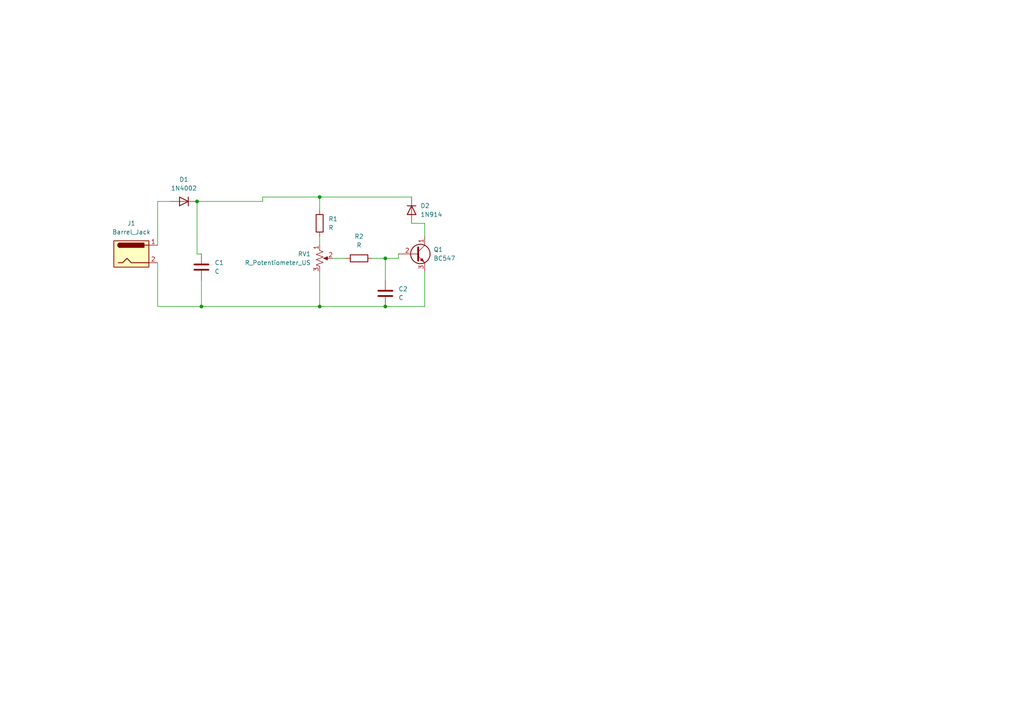
<source format=kicad_sch>
(kicad_sch (version 20230121) (generator eeschema)
  (paper "A4")
  (lib_symbols
    (symbol "Connector:Barrel_Jack" (pin_names (offset 1.016))
      (property "Reference" "J" (at 0 5.334 0))
      (property "Value" "Barrel_Jack" (at 0 -5.08 0))
      (symbol "Barrel_Jack_0_1"
        (rectangle (start -5.08 3.81) (end 5.08 -3.81) (stroke (width 0.254)) (fill (type background)))
        (arc (start -3.302 3.175) (mid -3.9343 2.54) (end -3.302 1.905) (stroke (width 0.254)))
        (arc (start -3.302 3.175) (mid -3.9343 2.54) (end -3.302 1.905) (stroke (width 0.254)) (fill (type outline)))
        (polyline (pts (xy 5.08 2.54) (xy 3.81 2.54)) (stroke (width 0.254)))
        (polyline (pts (xy -3.81 -2.54) (xy -2.54 -2.54) (xy -1.27 -1.27) (xy 0 -2.54) (xy 2.54 -2.54) (xy 5.08 -2.54)) (stroke (width 0.254)))
        (rectangle (start 3.683 3.175) (end -3.302 1.905) (stroke (width 0.254)) (fill (type outline)))
      )
      (symbol "Barrel_Jack_1_1"
        (pin passive line (at 7.62 2.54 180) (length 2.54) (name "~") (number "1"))
        (pin passive line (at 7.62 -2.54 180) (length 2.54) (name "~") (number "2"))
      )
    )
    (symbol "Device:C" (pin_numbers hide) (pin_names (offset 0.254))
      (property "Reference" "C" (at 0.635 2.54 0))
      (property "Value" "C" (at 0.635 -2.54 0))
      (symbol "C_0_1"
        (polyline (pts (xy -2.032 -0.762) (xy 2.032 -0.762)) (stroke (width 0.508)))
        (polyline (pts (xy -2.032 0.762) (xy 2.032 0.762)) (stroke (width 0.508)))
      )
      (symbol "C_1_1"
        (pin passive line (at 0 3.81 270) (length 2.794) (name "~") (number "1"))
        (pin passive line (at 0 -3.81 90) (length 2.794) (name "~") (number "2"))
      )
    )
    (symbol "Device:R" (pin_numbers hide) (pin_names (offset 0))
      (property "Reference" "R" (at 2.032 0 90))
      (property "Value" "R" (at 0 0 90))
      (symbol "R_0_1"
        (rectangle (start -1.016 -2.54) (end 1.016 2.54) (stroke (width 0.254)))
      )
      (symbol "R_1_1"
        (pin passive line (at 0 3.81 270) (length 1.27) (name "~") (number "1"))
        (pin passive line (at 0 -3.81 90) (length 1.27) (name "~") (number "2"))
      )
    )
    (symbol "Device:R_Potentiometer_US" (pin_names (offset 1.016) hide)
      (property "Reference" "RV" (at -4.445 0 90))
      (property "Value" "R_Potentiometer_US" (at -2.54 0 90))
      (symbol "R_Potentiometer_US_0_1"
        (polyline (pts (xy 0 -2.286) (xy 0 -2.54)))
        (polyline (pts (xy 0 2.54) (xy 0 2.286)))
        (polyline (pts (xy 2.54 0) (xy 1.524 0)))
        (polyline (pts (xy 1.143 0) (xy 2.286 0.508) (xy 2.286 -0.508) (xy 1.143 0)) (fill (type outline)))
        (polyline (pts (xy 0 -0.762) (xy 1.016 -1.143) (xy 0 -1.524) (xy -1.016 -1.905) (xy 0 -2.286)))
        (polyline (pts (xy 0 0.762) (xy 1.016 0.381) (xy 0 0) (xy -1.016 -0.381) (xy 0 -0.762)))
        (polyline (pts (xy 0 2.286) (xy 1.016 1.905) (xy 0 1.524) (xy -1.016 1.143) (xy 0 0.762)))
      )
      (symbol "R_Potentiometer_US_1_1"
        (pin passive line (at 0 3.81 270) (length 1.27) (name "1") (number "1"))
        (pin passive line (at 3.81 0 180) (length 1.27) (name "2") (number "2"))
        (pin passive line (at 0 -3.81 90) (length 1.27) (name "3") (number "3"))
      )
    )
    (symbol "Diode:1N4002" (pin_numbers hide) (pin_names hide)
      (property "Reference" "D" (at 0 2.54 0))
      (property "Value" "1N4002" (at 0 -2.54 0))
      (symbol "1N4002_0_1"
        (polyline (pts (xy -1.27 1.27) (xy -1.27 -1.27)) (stroke (width 0.254)))
        (polyline (pts (xy 1.27 0) (xy -1.27 0)))
        (polyline (pts (xy 1.27 1.27) (xy 1.27 -1.27) (xy -1.27 0) (xy 1.27 1.27)) (stroke (width 0.254)))
      )
      (symbol "1N4002_1_1"
        (pin passive line (at -3.81 0 0) (length 2.54) (name "K") (number "1"))
        (pin passive line (at 3.81 0 180) (length 2.54) (name "A") (number "2"))
      )
    )
    (symbol "Diode:1N914" (pin_numbers hide) (pin_names hide)
      (property "Reference" "D" (at 0 2.54 0))
      (property "Value" "1N914" (at 0 -2.54 0))
      (symbol "1N914_0_1"
        (polyline (pts (xy -1.27 1.27) (xy -1.27 -1.27)) (stroke (width 0.254)))
        (polyline (pts (xy 1.27 0) (xy -1.27 0)))
        (polyline (pts (xy 1.27 1.27) (xy 1.27 -1.27) (xy -1.27 0) (xy 1.27 1.27)) (stroke (width 0.254)))
      )
      (symbol "1N914_1_1"
        (pin passive line (at -3.81 0 0) (length 2.54) (name "K") (number "1"))
        (pin passive line (at 3.81 0 180) (length 2.54) (name "A") (number "2"))
      )
    )
    (symbol "Transistor_BJT:BC547" (pin_names (offset 0) hide)
      (property "Reference" "Q" (at 5.08 1.905 0))
      (property "Value" "BC547" (at 5.08 0 0))
      (symbol "BC547_0_1"
        (polyline (pts (xy 0 0) (xy 0.635 0)))
        (polyline (pts (xy 0.635 0.635) (xy 2.54 2.54)))
        (polyline (pts (xy 0.635 -0.635) (xy 2.54 -2.54) (xy 2.54 -2.54)))
        (polyline (pts (xy 0.635 1.905) (xy 0.635 -1.905) (xy 0.635 -1.905)) (stroke (width 0.508)))
        (polyline (pts (xy 1.27 -1.778) (xy 1.778 -1.27) (xy 2.286 -2.286) (xy 1.27 -1.778) (xy 1.27 -1.778)) (fill (type outline)))
        (circle (center 1.27 0) (radius 2.8194) (stroke (width 0.254)))
      )
      (symbol "BC547_1_1"
        (pin passive line (at 2.54 5.08 270) (length 2.54) (name "C") (number "1"))
        (pin input line (at -5.08 0 0) (length 5.08) (name "B") (number "2"))
        (pin passive line (at 2.54 -5.08 90) (length 2.54) (name "E") (number "3"))
      )
    )
  )
  (junction (at 111.76 74.93))
  (junction (at 58.42 88.9))
  (junction (at 92.71 88.9))
  (junction (at 92.71 57.15))
  (junction (at 57.15 58.42))
  (junction (at 111.76 88.9))
  (wire (pts (xy 58.42 81.28) (xy 58.42 88.9)))
  (wire (pts (xy 58.42 88.9) (xy 92.71 88.9)))
  (wire (pts (xy 92.71 57.15) (xy 92.71 60.96)))
  (wire (pts (xy 57.15 58.42) (xy 57.15 73.66)))
  (wire (pts (xy 92.71 68.58) (xy 92.71 71.12)))
  (wire (pts (xy 76.2 58.42) (xy 76.2 57.15)))
  (wire (pts (xy 123.19 64.77) (xy 119.38 64.77)))
  (wire (pts (xy 107.95 74.93) (xy 111.76 74.93)))
  (wire (pts (xy 115.57 74.93) (xy 115.57 73.66)))
  (wire (pts (xy 45.72 58.42) (xy 45.72 71.12)))
  (wire (pts (xy 111.76 74.93) (xy 111.76 81.28)))
  (wire (pts (xy 123.19 78.74) (xy 123.19 88.9)))
  (wire (pts (xy 111.76 74.93) (xy 115.57 74.93)))
  (wire (pts (xy 119.38 57.15) (xy 92.71 57.15)))
  (wire (pts (xy 123.19 88.9) (xy 111.76 88.9)))
  (wire (pts (xy 96.52 74.93) (xy 100.33 74.93)))
  (wire (pts (xy 57.15 73.66) (xy 58.42 73.66)))
  (wire (pts (xy 92.71 88.9) (xy 111.76 88.9)))
  (wire (pts (xy 92.71 78.74) (xy 92.71 88.9)))
  (wire (pts (xy 123.19 68.58) (xy 123.19 64.77)))
  (wire (pts (xy 45.72 88.9) (xy 58.42 88.9)))
  (wire (pts (xy 45.72 76.2) (xy 45.72 88.9)))
  (wire (pts (xy 92.71 57.15) (xy 76.2 57.15)))
  (wire (pts (xy 57.15 58.42) (xy 76.2 58.42)))
  (wire (pts (xy 49.53 58.42) (xy 45.72 58.42)))
  (symbol (lib_id "Diode:1N4002") (at 53.34 58.42 180) (unit 1)
    (property "Reference" "D1" (at 53.34 52.07 0))
    (property "Value" "1N4002" (at 53.34 54.61 0))
    (property "Footprint" "Diode_THT:D_DO-41_SOD81_P10.16mm_Horizontal" (effects hide))
    (property "Datasheet" "http://www.vishay.com/docs/88503/1n4001.pdf" (effects hide))
    (property "Sim.Device" "D" (effects hide))
    (property "Sim.Pins" "1=K 2=A" (effects hide))
  )
  (symbol (lib_id "Device:R") (at 92.71 64.77 180) (unit 1)
    (property "Reference" "R1" (at 95.25 63.5 0) (effects (justify right)))
    (property "Value" "R" (at 95.25 66.04 0) (effects (justify right)))
  )
  (symbol (lib_id "Device:C") (at 111.76 85.09 0) (unit 1)
    (property "Reference" "C2" (at 115.57 83.82 0) (effects (justify left)))
    (property "Value" "C" (at 115.57 86.36 0) (effects (justify left)))
  )
  (symbol (lib_id "Device:R_Potentiometer_US") (at 92.71 74.93 0) (unit 1)
    (property "Reference" "RV1" (at 90.17 73.66 0) (effects (justify right)))
    (property "Value" "R_Potentiometer_US" (at 90.17 76.2 0) (effects (justify right)))
  )
  (symbol (lib_id "Transistor_BJT:BC547") (at 120.65 73.66 0) (unit 1)
    (property "Reference" "Q1" (at 125.73 72.39 0) (effects (justify left)))
    (property "Value" "BC547" (at 125.73 74.93 0) (effects (justify left)))
    (property "Footprint" "Package_TO_SOT_THT:TO-92_Inline" (effects hide))
    (property "Datasheet" "https://www.onsemi.com/pub/Collateral/BC550-D.pdf" (effects hide))
  )
  (symbol (lib_id "Device:R") (at 104.14 74.93 90) (unit 1)
    (property "Reference" "R2" (at 104.14 68.58 90))
    (property "Value" "R" (at 104.14 71.12 90))
  )
  (symbol (lib_id "Device:C") (at 58.42 77.47 0) (unit 1)
    (property "Reference" "C1" (at 62.23 76.2 0) (effects (justify left)))
    (property "Value" "C" (at 62.23 78.74 0) (effects (justify left)))
  )
  (symbol (lib_id "Connector:Barrel_Jack") (at 38.1 73.66 0) (unit 1)
    (property "Reference" "J1" (at 38.1 64.77 0))
    (property "Value" "Barrel_Jack" (at 38.1 67.31 0))
  )
  (symbol (lib_id "Diode:1N914") (at 119.38 60.96 270) (unit 1)
    (property "Reference" "D2" (at 121.92 59.69 90) (effects (justify left)))
    (property "Value" "1N914" (at 121.92 62.23 90) (effects (justify left)))
    (property "Footprint" "Diode_THT:D_DO-35_SOD27_P7.62mm_Horizontal" (effects hide))
    (property "Datasheet" "http://www.vishay.com/docs/85622/1n914.pdf" (effects hide))
    (property "Sim.Device" "D" (effects hide))
    (property "Sim.Pins" "1=K 2=A" (effects hide))
  )
)
</source>
